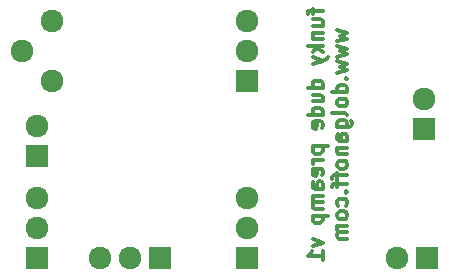
<source format=gbs>
%FSLAX46Y46*%
G04 Gerber Fmt 4.6, Leading zero omitted, Abs format (unit mm)*
G04 Created by KiCad (PCBNEW (2014-08-01 BZR 5042)-product) date 02/08/2014 20:04:44*
%MOMM*%
G01*
G04 APERTURE LIST*
%ADD10C,0.100000*%
%ADD11C,0.300000*%
%ADD12R,1.924000X1.924000*%
%ADD13C,1.924000*%
G04 APERTURE END LIST*
D10*
D11*
X128228857Y-86069714D02*
X128228857Y-86553524D01*
X129075524Y-86251143D02*
X127986952Y-86251143D01*
X127866000Y-86311619D01*
X127805524Y-86432572D01*
X127805524Y-86553524D01*
X128228857Y-87521143D02*
X129075524Y-87521143D01*
X128228857Y-86976857D02*
X128894095Y-86976857D01*
X129015048Y-87037333D01*
X129075524Y-87158286D01*
X129075524Y-87339714D01*
X129015048Y-87460666D01*
X128954571Y-87521143D01*
X128228857Y-88125905D02*
X129075524Y-88125905D01*
X128349810Y-88125905D02*
X128289333Y-88186381D01*
X128228857Y-88307334D01*
X128228857Y-88488762D01*
X128289333Y-88609714D01*
X128410286Y-88670191D01*
X129075524Y-88670191D01*
X129075524Y-89274953D02*
X127805524Y-89274953D01*
X128591714Y-89395905D02*
X129075524Y-89758762D01*
X128228857Y-89758762D02*
X128712667Y-89274953D01*
X128228857Y-90182096D02*
X129075524Y-90484477D01*
X128228857Y-90786857D02*
X129075524Y-90484477D01*
X129377905Y-90363524D01*
X129438381Y-90303048D01*
X129498857Y-90182096D01*
X129075524Y-92782572D02*
X127805524Y-92782572D01*
X129015048Y-92782572D02*
X129075524Y-92661619D01*
X129075524Y-92419715D01*
X129015048Y-92298762D01*
X128954571Y-92238286D01*
X128833619Y-92177810D01*
X128470762Y-92177810D01*
X128349810Y-92238286D01*
X128289333Y-92298762D01*
X128228857Y-92419715D01*
X128228857Y-92661619D01*
X128289333Y-92782572D01*
X128228857Y-93931620D02*
X129075524Y-93931620D01*
X128228857Y-93387334D02*
X128894095Y-93387334D01*
X129015048Y-93447810D01*
X129075524Y-93568763D01*
X129075524Y-93750191D01*
X129015048Y-93871143D01*
X128954571Y-93931620D01*
X129075524Y-95080668D02*
X127805524Y-95080668D01*
X129015048Y-95080668D02*
X129075524Y-94959715D01*
X129075524Y-94717811D01*
X129015048Y-94596858D01*
X128954571Y-94536382D01*
X128833619Y-94475906D01*
X128470762Y-94475906D01*
X128349810Y-94536382D01*
X128289333Y-94596858D01*
X128228857Y-94717811D01*
X128228857Y-94959715D01*
X128289333Y-95080668D01*
X129015048Y-96169239D02*
X129075524Y-96048287D01*
X129075524Y-95806382D01*
X129015048Y-95685430D01*
X128894095Y-95624954D01*
X128410286Y-95624954D01*
X128289333Y-95685430D01*
X128228857Y-95806382D01*
X128228857Y-96048287D01*
X128289333Y-96169239D01*
X128410286Y-96229716D01*
X128531238Y-96229716D01*
X128652190Y-95624954D01*
X128228857Y-97741620D02*
X129498857Y-97741620D01*
X128289333Y-97741620D02*
X128228857Y-97862572D01*
X128228857Y-98104477D01*
X128289333Y-98225429D01*
X128349810Y-98285906D01*
X128470762Y-98346382D01*
X128833619Y-98346382D01*
X128954571Y-98285906D01*
X129015048Y-98225429D01*
X129075524Y-98104477D01*
X129075524Y-97862572D01*
X129015048Y-97741620D01*
X129075524Y-98890668D02*
X128228857Y-98890668D01*
X128470762Y-98890668D02*
X128349810Y-98951144D01*
X128289333Y-99011620D01*
X128228857Y-99132573D01*
X128228857Y-99253525D01*
X129015048Y-100160667D02*
X129075524Y-100039715D01*
X129075524Y-99797810D01*
X129015048Y-99676858D01*
X128894095Y-99616382D01*
X128410286Y-99616382D01*
X128289333Y-99676858D01*
X128228857Y-99797810D01*
X128228857Y-100039715D01*
X128289333Y-100160667D01*
X128410286Y-100221144D01*
X128531238Y-100221144D01*
X128652190Y-99616382D01*
X129075524Y-101309715D02*
X128410286Y-101309715D01*
X128289333Y-101249238D01*
X128228857Y-101128286D01*
X128228857Y-100886381D01*
X128289333Y-100765429D01*
X129015048Y-101309715D02*
X129075524Y-101188762D01*
X129075524Y-100886381D01*
X129015048Y-100765429D01*
X128894095Y-100704953D01*
X128773143Y-100704953D01*
X128652190Y-100765429D01*
X128591714Y-100886381D01*
X128591714Y-101188762D01*
X128531238Y-101309715D01*
X129075524Y-101914477D02*
X128228857Y-101914477D01*
X128349810Y-101914477D02*
X128289333Y-101974953D01*
X128228857Y-102095906D01*
X128228857Y-102277334D01*
X128289333Y-102398286D01*
X128410286Y-102458763D01*
X129075524Y-102458763D01*
X128410286Y-102458763D02*
X128289333Y-102519239D01*
X128228857Y-102640191D01*
X128228857Y-102821620D01*
X128289333Y-102942572D01*
X128410286Y-103003048D01*
X129075524Y-103003048D01*
X128228857Y-103607810D02*
X129498857Y-103607810D01*
X128289333Y-103607810D02*
X128228857Y-103728762D01*
X128228857Y-103970667D01*
X128289333Y-104091619D01*
X128349810Y-104152096D01*
X128470762Y-104212572D01*
X128833619Y-104212572D01*
X128954571Y-104152096D01*
X129015048Y-104091619D01*
X129075524Y-103970667D01*
X129075524Y-103728762D01*
X129015048Y-103607810D01*
X128228857Y-105603525D02*
X129075524Y-105905906D01*
X128228857Y-106208286D01*
X129075524Y-107357334D02*
X129075524Y-106631620D01*
X129075524Y-106994477D02*
X127805524Y-106994477D01*
X127986952Y-106873525D01*
X128107905Y-106752572D01*
X128168381Y-106631620D01*
X130306857Y-87884000D02*
X131153524Y-88125904D01*
X130548762Y-88367809D01*
X131153524Y-88609714D01*
X130306857Y-88851619D01*
X130306857Y-89214476D02*
X131153524Y-89456380D01*
X130548762Y-89698285D01*
X131153524Y-89940190D01*
X130306857Y-90182095D01*
X130306857Y-90544952D02*
X131153524Y-90786856D01*
X130548762Y-91028761D01*
X131153524Y-91270666D01*
X130306857Y-91512571D01*
X131032571Y-91996380D02*
X131093048Y-92056856D01*
X131153524Y-91996380D01*
X131093048Y-91935904D01*
X131032571Y-91996380D01*
X131153524Y-91996380D01*
X131153524Y-93145428D02*
X129883524Y-93145428D01*
X131093048Y-93145428D02*
X131153524Y-93024475D01*
X131153524Y-92782571D01*
X131093048Y-92661618D01*
X131032571Y-92601142D01*
X130911619Y-92540666D01*
X130548762Y-92540666D01*
X130427810Y-92601142D01*
X130367333Y-92661618D01*
X130306857Y-92782571D01*
X130306857Y-93024475D01*
X130367333Y-93145428D01*
X131153524Y-93931619D02*
X131093048Y-93810666D01*
X131032571Y-93750190D01*
X130911619Y-93689714D01*
X130548762Y-93689714D01*
X130427810Y-93750190D01*
X130367333Y-93810666D01*
X130306857Y-93931619D01*
X130306857Y-94113047D01*
X130367333Y-94233999D01*
X130427810Y-94294476D01*
X130548762Y-94354952D01*
X130911619Y-94354952D01*
X131032571Y-94294476D01*
X131093048Y-94233999D01*
X131153524Y-94113047D01*
X131153524Y-93931619D01*
X131153524Y-95080667D02*
X131093048Y-94959714D01*
X130972095Y-94899238D01*
X129883524Y-94899238D01*
X130306857Y-96108762D02*
X131334952Y-96108762D01*
X131455905Y-96048285D01*
X131516381Y-95987809D01*
X131576857Y-95866857D01*
X131576857Y-95685428D01*
X131516381Y-95564476D01*
X131093048Y-96108762D02*
X131153524Y-95987809D01*
X131153524Y-95745905D01*
X131093048Y-95624952D01*
X131032571Y-95564476D01*
X130911619Y-95504000D01*
X130548762Y-95504000D01*
X130427810Y-95564476D01*
X130367333Y-95624952D01*
X130306857Y-95745905D01*
X130306857Y-95987809D01*
X130367333Y-96108762D01*
X131153524Y-97257810D02*
X130488286Y-97257810D01*
X130367333Y-97197333D01*
X130306857Y-97076381D01*
X130306857Y-96834476D01*
X130367333Y-96713524D01*
X131093048Y-97257810D02*
X131153524Y-97136857D01*
X131153524Y-96834476D01*
X131093048Y-96713524D01*
X130972095Y-96653048D01*
X130851143Y-96653048D01*
X130730190Y-96713524D01*
X130669714Y-96834476D01*
X130669714Y-97136857D01*
X130609238Y-97257810D01*
X130306857Y-97862572D02*
X131153524Y-97862572D01*
X130427810Y-97862572D02*
X130367333Y-97923048D01*
X130306857Y-98044001D01*
X130306857Y-98225429D01*
X130367333Y-98346381D01*
X130488286Y-98406858D01*
X131153524Y-98406858D01*
X131153524Y-99193049D02*
X131093048Y-99072096D01*
X131032571Y-99011620D01*
X130911619Y-98951144D01*
X130548762Y-98951144D01*
X130427810Y-99011620D01*
X130367333Y-99072096D01*
X130306857Y-99193049D01*
X130306857Y-99374477D01*
X130367333Y-99495429D01*
X130427810Y-99555906D01*
X130548762Y-99616382D01*
X130911619Y-99616382D01*
X131032571Y-99555906D01*
X131093048Y-99495429D01*
X131153524Y-99374477D01*
X131153524Y-99193049D01*
X130306857Y-99979239D02*
X130306857Y-100463049D01*
X131153524Y-100160668D02*
X130064952Y-100160668D01*
X129944000Y-100221144D01*
X129883524Y-100342097D01*
X129883524Y-100463049D01*
X130306857Y-100704953D02*
X130306857Y-101188763D01*
X131153524Y-100886382D02*
X130064952Y-100886382D01*
X129944000Y-100946858D01*
X129883524Y-101067811D01*
X129883524Y-101188763D01*
X131032571Y-101612096D02*
X131093048Y-101672572D01*
X131153524Y-101612096D01*
X131093048Y-101551620D01*
X131032571Y-101612096D01*
X131153524Y-101612096D01*
X131093048Y-102761144D02*
X131153524Y-102640191D01*
X131153524Y-102398287D01*
X131093048Y-102277334D01*
X131032571Y-102216858D01*
X130911619Y-102156382D01*
X130548762Y-102156382D01*
X130427810Y-102216858D01*
X130367333Y-102277334D01*
X130306857Y-102398287D01*
X130306857Y-102640191D01*
X130367333Y-102761144D01*
X131153524Y-103486858D02*
X131093048Y-103365905D01*
X131032571Y-103305429D01*
X130911619Y-103244953D01*
X130548762Y-103244953D01*
X130427810Y-103305429D01*
X130367333Y-103365905D01*
X130306857Y-103486858D01*
X130306857Y-103668286D01*
X130367333Y-103789238D01*
X130427810Y-103849715D01*
X130548762Y-103910191D01*
X130911619Y-103910191D01*
X131032571Y-103849715D01*
X131093048Y-103789238D01*
X131153524Y-103668286D01*
X131153524Y-103486858D01*
X131153524Y-104454477D02*
X130306857Y-104454477D01*
X130427810Y-104454477D02*
X130367333Y-104514953D01*
X130306857Y-104635906D01*
X130306857Y-104817334D01*
X130367333Y-104938286D01*
X130488286Y-104998763D01*
X131153524Y-104998763D01*
X130488286Y-104998763D02*
X130367333Y-105059239D01*
X130306857Y-105180191D01*
X130306857Y-105361620D01*
X130367333Y-105482572D01*
X130488286Y-105543048D01*
X131153524Y-105543048D01*
D12*
X104902000Y-107188000D03*
D13*
X104902000Y-104648000D03*
X104902000Y-102108000D03*
D12*
X115316000Y-107188000D03*
D13*
X112776000Y-107188000D03*
X110236000Y-107188000D03*
D12*
X122682000Y-92202000D03*
D13*
X122682000Y-89662000D03*
X122682000Y-87122000D03*
D12*
X122682000Y-107188000D03*
D13*
X122682000Y-104648000D03*
X122682000Y-102108000D03*
D12*
X137922000Y-107188000D03*
D13*
X135382000Y-107188000D03*
D12*
X137668000Y-96266000D03*
D13*
X137668000Y-93726000D03*
D12*
X104902000Y-98552000D03*
D13*
X104902000Y-96012000D03*
X106172000Y-92202000D03*
X103632000Y-89662000D03*
X106172000Y-87122000D03*
M02*

</source>
